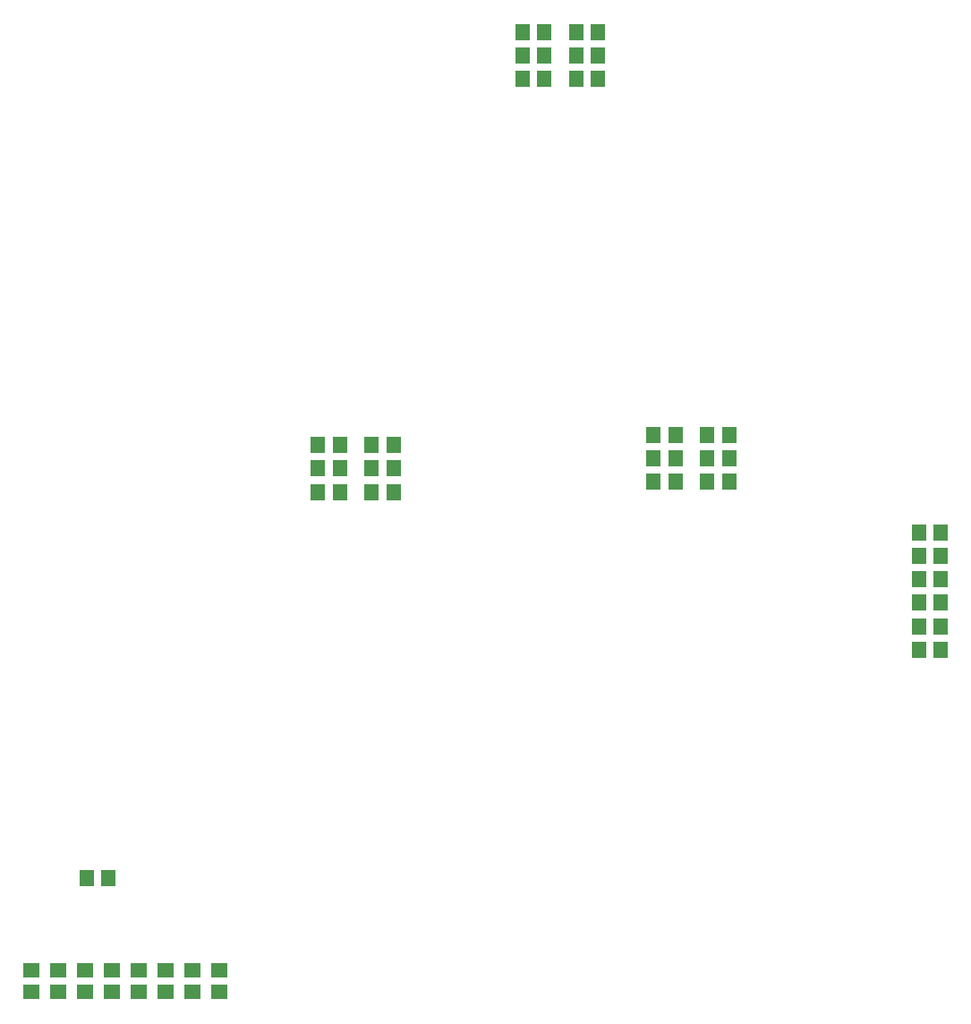
<source format=gbp>
G04 MADE WITH FRITZING*
G04 WWW.FRITZING.ORG*
G04 DOUBLE SIDED*
G04 HOLES PLATED*
G04 CONTOUR ON CENTER OF CONTOUR VECTOR*
%ASAXBY*%
%FSLAX23Y23*%
%MOIN*%
%OFA0B0*%
%SFA1.0B1.0*%
%ADD10R,0.055118X0.059055*%
%ADD11R,0.059055X0.055118*%
%LNPASTEMASK0*%
G90*
G70*
G54D10*
X3658Y1510D03*
X3578Y1510D03*
X3658Y1598D03*
X3578Y1598D03*
X3658Y1685D03*
X3578Y1685D03*
X3658Y1773D03*
X3578Y1773D03*
X3658Y1860D03*
X3578Y1860D03*
X3658Y1948D03*
X3578Y1948D03*
X478Y660D03*
X558Y660D03*
G54D11*
X471Y316D03*
X471Y235D03*
X371Y316D03*
X371Y235D03*
X271Y316D03*
X271Y235D03*
X571Y316D03*
X571Y235D03*
X671Y316D03*
X671Y235D03*
X871Y316D03*
X871Y235D03*
X971Y316D03*
X971Y235D03*
X771Y316D03*
X771Y235D03*
G54D10*
X2183Y3635D03*
X2103Y3635D03*
X2671Y2135D03*
X2590Y2135D03*
X1421Y2098D03*
X1340Y2098D03*
X2183Y3723D03*
X2103Y3723D03*
X2671Y2223D03*
X2590Y2223D03*
X1421Y2185D03*
X1340Y2185D03*
X2183Y3810D03*
X2103Y3810D03*
X2671Y2310D03*
X2590Y2310D03*
X1421Y2273D03*
X1340Y2273D03*
X2383Y3635D03*
X2303Y3635D03*
X2871Y2135D03*
X2790Y2135D03*
X1621Y2098D03*
X1540Y2098D03*
X2383Y3723D03*
X2303Y3723D03*
X2871Y2223D03*
X2790Y2223D03*
X1621Y2185D03*
X1540Y2185D03*
X2383Y3810D03*
X2303Y3810D03*
X2871Y2310D03*
X2790Y2310D03*
X1621Y2273D03*
X1540Y2273D03*
G04 End of PasteMask0*
M02*
</source>
